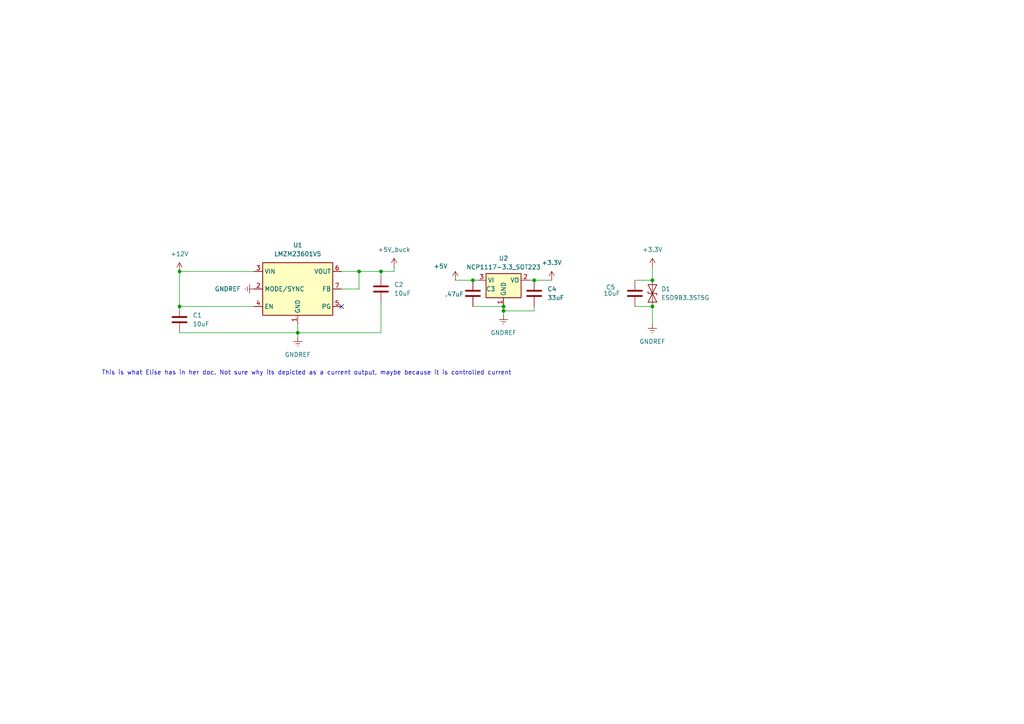
<source format=kicad_sch>
(kicad_sch
	(version 20250114)
	(generator "eeschema")
	(generator_version "9.0")
	(uuid "9fed24cf-a2ff-4754-988d-267c934cf73f")
	(paper "A4")
	(title_block
		(title "Power Component Schematic")
		(date "2025-10-01")
		(company "CanaryCap")
		(comment 1 "Sebastian Arthur / Elise Bauerschmidt")
	)
	(lib_symbols
		(symbol "Device:C"
			(pin_numbers
				(hide yes)
			)
			(pin_names
				(offset 0.254)
			)
			(exclude_from_sim no)
			(in_bom yes)
			(on_board yes)
			(property "Reference" "C"
				(at 0.635 2.54 0)
				(effects
					(font
						(size 1.27 1.27)
					)
					(justify left)
				)
			)
			(property "Value" "C"
				(at 0.635 -2.54 0)
				(effects
					(font
						(size 1.27 1.27)
					)
					(justify left)
				)
			)
			(property "Footprint" ""
				(at 0.9652 -3.81 0)
				(effects
					(font
						(size 1.27 1.27)
					)
					(hide yes)
				)
			)
			(property "Datasheet" "~"
				(at 0 0 0)
				(effects
					(font
						(size 1.27 1.27)
					)
					(hide yes)
				)
			)
			(property "Description" "Unpolarized capacitor"
				(at 0 0 0)
				(effects
					(font
						(size 1.27 1.27)
					)
					(hide yes)
				)
			)
			(property "ki_keywords" "cap capacitor"
				(at 0 0 0)
				(effects
					(font
						(size 1.27 1.27)
					)
					(hide yes)
				)
			)
			(property "ki_fp_filters" "C_*"
				(at 0 0 0)
				(effects
					(font
						(size 1.27 1.27)
					)
					(hide yes)
				)
			)
			(symbol "C_0_1"
				(polyline
					(pts
						(xy -2.032 0.762) (xy 2.032 0.762)
					)
					(stroke
						(width 0.508)
						(type default)
					)
					(fill
						(type none)
					)
				)
				(polyline
					(pts
						(xy -2.032 -0.762) (xy 2.032 -0.762)
					)
					(stroke
						(width 0.508)
						(type default)
					)
					(fill
						(type none)
					)
				)
			)
			(symbol "C_1_1"
				(pin passive line
					(at 0 3.81 270)
					(length 2.794)
					(name "~"
						(effects
							(font
								(size 1.27 1.27)
							)
						)
					)
					(number "1"
						(effects
							(font
								(size 1.27 1.27)
							)
						)
					)
				)
				(pin passive line
					(at 0 -3.81 90)
					(length 2.794)
					(name "~"
						(effects
							(font
								(size 1.27 1.27)
							)
						)
					)
					(number "2"
						(effects
							(font
								(size 1.27 1.27)
							)
						)
					)
				)
			)
			(embedded_fonts no)
		)
		(symbol "Diode:ESD9B3.3ST5G"
			(pin_numbers
				(hide yes)
			)
			(pin_names
				(offset 1.016)
				(hide yes)
			)
			(exclude_from_sim no)
			(in_bom yes)
			(on_board yes)
			(property "Reference" "D"
				(at 0 2.54 0)
				(effects
					(font
						(size 1.27 1.27)
					)
				)
			)
			(property "Value" "ESD9B3.3ST5G"
				(at 0 -2.54 0)
				(effects
					(font
						(size 1.27 1.27)
					)
				)
			)
			(property "Footprint" "Diode_SMD:D_SOD-923"
				(at 0 0 0)
				(effects
					(font
						(size 1.27 1.27)
					)
					(hide yes)
				)
			)
			(property "Datasheet" "https://www.onsemi.com/pub/Collateral/ESD9B-D.PDF"
				(at 0 0 0)
				(effects
					(font
						(size 1.27 1.27)
					)
					(hide yes)
				)
			)
			(property "Description" "ESD protection diode, 3.3Vrwm, SOD-923"
				(at 0 0 0)
				(effects
					(font
						(size 1.27 1.27)
					)
					(hide yes)
				)
			)
			(property "ki_keywords" "diode TVS ESD"
				(at 0 0 0)
				(effects
					(font
						(size 1.27 1.27)
					)
					(hide yes)
				)
			)
			(property "ki_fp_filters" "D*SOD?923*"
				(at 0 0 0)
				(effects
					(font
						(size 1.27 1.27)
					)
					(hide yes)
				)
			)
			(symbol "ESD9B3.3ST5G_0_1"
				(polyline
					(pts
						(xy -2.54 -1.27) (xy 0 0) (xy -2.54 1.27) (xy -2.54 -1.27)
					)
					(stroke
						(width 0.2032)
						(type default)
					)
					(fill
						(type none)
					)
				)
				(polyline
					(pts
						(xy 0.508 1.27) (xy 0 1.27) (xy 0 -1.27) (xy -0.508 -1.27)
					)
					(stroke
						(width 0.2032)
						(type default)
					)
					(fill
						(type none)
					)
				)
				(polyline
					(pts
						(xy 1.27 0) (xy -1.27 0)
					)
					(stroke
						(width 0)
						(type default)
					)
					(fill
						(type none)
					)
				)
				(polyline
					(pts
						(xy 2.54 1.27) (xy 2.54 -1.27) (xy 0 0) (xy 2.54 1.27)
					)
					(stroke
						(width 0.2032)
						(type default)
					)
					(fill
						(type none)
					)
				)
			)
			(symbol "ESD9B3.3ST5G_1_1"
				(pin passive line
					(at -3.81 0 0)
					(length 2.54)
					(name "A1"
						(effects
							(font
								(size 1.27 1.27)
							)
						)
					)
					(number "1"
						(effects
							(font
								(size 1.27 1.27)
							)
						)
					)
				)
				(pin passive line
					(at 3.81 0 180)
					(length 2.54)
					(name "A2"
						(effects
							(font
								(size 1.27 1.27)
							)
						)
					)
					(number "2"
						(effects
							(font
								(size 1.27 1.27)
							)
						)
					)
				)
			)
			(embedded_fonts no)
		)
		(symbol "Regulator_Linear:NCP1117-3.3_SOT223"
			(exclude_from_sim no)
			(in_bom yes)
			(on_board yes)
			(property "Reference" "U"
				(at -3.81 3.175 0)
				(effects
					(font
						(size 1.27 1.27)
					)
				)
			)
			(property "Value" "NCP1117-3.3_SOT223"
				(at 0 3.175 0)
				(effects
					(font
						(size 1.27 1.27)
					)
					(justify left)
				)
			)
			(property "Footprint" "Package_TO_SOT_SMD:SOT-223-3_TabPin2"
				(at 0 5.08 0)
				(effects
					(font
						(size 1.27 1.27)
					)
					(hide yes)
				)
			)
			(property "Datasheet" "http://www.onsemi.com/pub_link/Collateral/NCP1117-D.PDF"
				(at 2.54 -6.35 0)
				(effects
					(font
						(size 1.27 1.27)
					)
					(hide yes)
				)
			)
			(property "Description" "1A Low drop-out regulator, Fixed Output 3.3V, SOT-223"
				(at 0 0 0)
				(effects
					(font
						(size 1.27 1.27)
					)
					(hide yes)
				)
			)
			(property "ki_keywords" "REGULATOR LDO 3.3V"
				(at 0 0 0)
				(effects
					(font
						(size 1.27 1.27)
					)
					(hide yes)
				)
			)
			(property "ki_fp_filters" "SOT?223*TabPin2*"
				(at 0 0 0)
				(effects
					(font
						(size 1.27 1.27)
					)
					(hide yes)
				)
			)
			(symbol "NCP1117-3.3_SOT223_0_1"
				(rectangle
					(start -5.08 -5.08)
					(end 5.08 1.905)
					(stroke
						(width 0.254)
						(type default)
					)
					(fill
						(type background)
					)
				)
			)
			(symbol "NCP1117-3.3_SOT223_1_1"
				(pin power_in line
					(at -7.62 0 0)
					(length 2.54)
					(name "VI"
						(effects
							(font
								(size 1.27 1.27)
							)
						)
					)
					(number "3"
						(effects
							(font
								(size 1.27 1.27)
							)
						)
					)
				)
				(pin power_in line
					(at 0 -7.62 90)
					(length 2.54)
					(name "GND"
						(effects
							(font
								(size 1.27 1.27)
							)
						)
					)
					(number "1"
						(effects
							(font
								(size 1.27 1.27)
							)
						)
					)
				)
				(pin power_out line
					(at 7.62 0 180)
					(length 2.54)
					(name "VO"
						(effects
							(font
								(size 1.27 1.27)
							)
						)
					)
					(number "2"
						(effects
							(font
								(size 1.27 1.27)
							)
						)
					)
				)
			)
			(embedded_fonts no)
		)
		(symbol "Regulator_Switching:LMZM23601V5"
			(exclude_from_sim no)
			(in_bom yes)
			(on_board yes)
			(property "Reference" "U"
				(at -8.89 8.89 0)
				(effects
					(font
						(size 1.27 1.27)
					)
				)
			)
			(property "Value" "LMZM23601V5"
				(at 6.35 8.89 0)
				(effects
					(font
						(size 1.27 1.27)
					)
				)
			)
			(property "Footprint" "Package_LGA:Texas_SIL0010A_MicroSiP-10-1EP_3.8x3mm_P0.6mm_EP0.7x2.9mm_ThermalVias"
				(at 0 -21.59 0)
				(effects
					(font
						(size 1.27 1.27)
					)
					(hide yes)
				)
			)
			(property "Datasheet" "http://www.ti.com/lit/ds/symlink/lmzm23601.pdf"
				(at 0 -19.05 0)
				(effects
					(font
						(size 1.27 1.27)
					)
					(hide yes)
				)
			)
			(property "Description" "1A 5V Step-Down DC/DC Power Module in 3.8x3mm, MicroSIP-10"
				(at 0 0 0)
				(effects
					(font
						(size 1.27 1.27)
					)
					(hide yes)
				)
			)
			(property "ki_keywords" "Step-Down DC/DC Module"
				(at 0 0 0)
				(effects
					(font
						(size 1.27 1.27)
					)
					(hide yes)
				)
			)
			(property "ki_fp_filters" "Texas*SIL*1EP*3.8x3mm*P0.6mm*"
				(at 0 0 0)
				(effects
					(font
						(size 1.27 1.27)
					)
					(hide yes)
				)
			)
			(symbol "LMZM23601V5_0_1"
				(rectangle
					(start -10.16 7.62)
					(end 10.16 -7.62)
					(stroke
						(width 0.254)
						(type default)
					)
					(fill
						(type background)
					)
				)
			)
			(symbol "LMZM23601V5_1_1"
				(pin power_in line
					(at -12.7 5.08 0)
					(length 2.54)
					(name "VIN"
						(effects
							(font
								(size 1.27 1.27)
							)
						)
					)
					(number "3"
						(effects
							(font
								(size 1.27 1.27)
							)
						)
					)
				)
				(pin input line
					(at -12.7 0 0)
					(length 2.54)
					(name "MODE/SYNC"
						(effects
							(font
								(size 1.27 1.27)
							)
						)
					)
					(number "2"
						(effects
							(font
								(size 1.27 1.27)
							)
						)
					)
				)
				(pin input line
					(at -12.7 -5.08 0)
					(length 2.54)
					(name "EN"
						(effects
							(font
								(size 1.27 1.27)
							)
						)
					)
					(number "4"
						(effects
							(font
								(size 1.27 1.27)
							)
						)
					)
				)
				(pin no_connect line
					(at -2.54 -7.62 90)
					(length 2.54)
					(hide yes)
					(name "~"
						(effects
							(font
								(size 1.27 1.27)
							)
						)
					)
					(number "10"
						(effects
							(font
								(size 1.27 1.27)
							)
						)
					)
				)
				(pin power_in line
					(at 0 -10.16 90)
					(length 2.54)
					(name "GND"
						(effects
							(font
								(size 1.27 1.27)
							)
						)
					)
					(number "1"
						(effects
							(font
								(size 1.27 1.27)
							)
						)
					)
				)
				(pin passive line
					(at 0 -10.16 90)
					(length 2.54)
					(hide yes)
					(name "GND"
						(effects
							(font
								(size 1.27 1.27)
							)
						)
					)
					(number "11"
						(effects
							(font
								(size 1.27 1.27)
							)
						)
					)
				)
				(pin no_connect line
					(at 2.54 -7.62 90)
					(length 2.54)
					(hide yes)
					(name "~"
						(effects
							(font
								(size 1.27 1.27)
							)
						)
					)
					(number "9"
						(effects
							(font
								(size 1.27 1.27)
							)
						)
					)
				)
				(pin no_connect line
					(at 5.08 -7.62 90)
					(length 2.54)
					(hide yes)
					(name "~"
						(effects
							(font
								(size 1.27 1.27)
							)
						)
					)
					(number "8"
						(effects
							(font
								(size 1.27 1.27)
							)
						)
					)
				)
				(pin power_out line
					(at 12.7 5.08 180)
					(length 2.54)
					(name "VOUT"
						(effects
							(font
								(size 1.27 1.27)
							)
						)
					)
					(number "6"
						(effects
							(font
								(size 1.27 1.27)
							)
						)
					)
				)
				(pin input line
					(at 12.7 0 180)
					(length 2.54)
					(name "FB"
						(effects
							(font
								(size 1.27 1.27)
							)
						)
					)
					(number "7"
						(effects
							(font
								(size 1.27 1.27)
							)
						)
					)
				)
				(pin open_collector line
					(at 12.7 -5.08 180)
					(length 2.54)
					(name "PG"
						(effects
							(font
								(size 1.27 1.27)
							)
						)
					)
					(number "5"
						(effects
							(font
								(size 1.27 1.27)
							)
						)
					)
				)
			)
			(embedded_fonts no)
		)
		(symbol "power:+12V"
			(power)
			(pin_numbers
				(hide yes)
			)
			(pin_names
				(offset 0)
				(hide yes)
			)
			(exclude_from_sim no)
			(in_bom yes)
			(on_board yes)
			(property "Reference" "#PWR"
				(at 0 -3.81 0)
				(effects
					(font
						(size 1.27 1.27)
					)
					(hide yes)
				)
			)
			(property "Value" "+12V"
				(at 0 3.556 0)
				(effects
					(font
						(size 1.27 1.27)
					)
				)
			)
			(property "Footprint" ""
				(at 0 0 0)
				(effects
					(font
						(size 1.27 1.27)
					)
					(hide yes)
				)
			)
			(property "Datasheet" ""
				(at 0 0 0)
				(effects
					(font
						(size 1.27 1.27)
					)
					(hide yes)
				)
			)
			(property "Description" "Power symbol creates a global label with name \"+12V\""
				(at 0 0 0)
				(effects
					(font
						(size 1.27 1.27)
					)
					(hide yes)
				)
			)
			(property "ki_keywords" "global power"
				(at 0 0 0)
				(effects
					(font
						(size 1.27 1.27)
					)
					(hide yes)
				)
			)
			(symbol "+12V_0_1"
				(polyline
					(pts
						(xy -0.762 1.27) (xy 0 2.54)
					)
					(stroke
						(width 0)
						(type default)
					)
					(fill
						(type none)
					)
				)
				(polyline
					(pts
						(xy 0 2.54) (xy 0.762 1.27)
					)
					(stroke
						(width 0)
						(type default)
					)
					(fill
						(type none)
					)
				)
				(polyline
					(pts
						(xy 0 0) (xy 0 2.54)
					)
					(stroke
						(width 0)
						(type default)
					)
					(fill
						(type none)
					)
				)
			)
			(symbol "+12V_1_1"
				(pin power_in line
					(at 0 0 90)
					(length 0)
					(name "~"
						(effects
							(font
								(size 1.27 1.27)
							)
						)
					)
					(number "1"
						(effects
							(font
								(size 1.27 1.27)
							)
						)
					)
				)
			)
			(embedded_fonts no)
		)
		(symbol "power:+3.3V"
			(power)
			(pin_numbers
				(hide yes)
			)
			(pin_names
				(offset 0)
				(hide yes)
			)
			(exclude_from_sim no)
			(in_bom yes)
			(on_board yes)
			(property "Reference" "#PWR"
				(at 0 -3.81 0)
				(effects
					(font
						(size 1.27 1.27)
					)
					(hide yes)
				)
			)
			(property "Value" "+3.3V"
				(at 0 3.556 0)
				(effects
					(font
						(size 1.27 1.27)
					)
				)
			)
			(property "Footprint" ""
				(at 0 0 0)
				(effects
					(font
						(size 1.27 1.27)
					)
					(hide yes)
				)
			)
			(property "Datasheet" ""
				(at 0 0 0)
				(effects
					(font
						(size 1.27 1.27)
					)
					(hide yes)
				)
			)
			(property "Description" "Power symbol creates a global label with name \"+3.3V\""
				(at 0 0 0)
				(effects
					(font
						(size 1.27 1.27)
					)
					(hide yes)
				)
			)
			(property "ki_keywords" "global power"
				(at 0 0 0)
				(effects
					(font
						(size 1.27 1.27)
					)
					(hide yes)
				)
			)
			(symbol "+3.3V_0_1"
				(polyline
					(pts
						(xy -0.762 1.27) (xy 0 2.54)
					)
					(stroke
						(width 0)
						(type default)
					)
					(fill
						(type none)
					)
				)
				(polyline
					(pts
						(xy 0 2.54) (xy 0.762 1.27)
					)
					(stroke
						(width 0)
						(type default)
					)
					(fill
						(type none)
					)
				)
				(polyline
					(pts
						(xy 0 0) (xy 0 2.54)
					)
					(stroke
						(width 0)
						(type default)
					)
					(fill
						(type none)
					)
				)
			)
			(symbol "+3.3V_1_1"
				(pin power_in line
					(at 0 0 90)
					(length 0)
					(name "~"
						(effects
							(font
								(size 1.27 1.27)
							)
						)
					)
					(number "1"
						(effects
							(font
								(size 1.27 1.27)
							)
						)
					)
				)
			)
			(embedded_fonts no)
		)
		(symbol "power:+5V"
			(power)
			(pin_numbers
				(hide yes)
			)
			(pin_names
				(offset 0)
				(hide yes)
			)
			(exclude_from_sim no)
			(in_bom yes)
			(on_board yes)
			(property "Reference" "#PWR"
				(at 0 -3.81 0)
				(effects
					(font
						(size 1.27 1.27)
					)
					(hide yes)
				)
			)
			(property "Value" "+5V"
				(at 0 3.556 0)
				(effects
					(font
						(size 1.27 1.27)
					)
				)
			)
			(property "Footprint" ""
				(at 0 0 0)
				(effects
					(font
						(size 1.27 1.27)
					)
					(hide yes)
				)
			)
			(property "Datasheet" ""
				(at 0 0 0)
				(effects
					(font
						(size 1.27 1.27)
					)
					(hide yes)
				)
			)
			(property "Description" "Power symbol creates a global label with name \"+5V\""
				(at 0 0 0)
				(effects
					(font
						(size 1.27 1.27)
					)
					(hide yes)
				)
			)
			(property "ki_keywords" "global power"
				(at 0 0 0)
				(effects
					(font
						(size 1.27 1.27)
					)
					(hide yes)
				)
			)
			(symbol "+5V_0_1"
				(polyline
					(pts
						(xy -0.762 1.27) (xy 0 2.54)
					)
					(stroke
						(width 0)
						(type default)
					)
					(fill
						(type none)
					)
				)
				(polyline
					(pts
						(xy 0 2.54) (xy 0.762 1.27)
					)
					(stroke
						(width 0)
						(type default)
					)
					(fill
						(type none)
					)
				)
				(polyline
					(pts
						(xy 0 0) (xy 0 2.54)
					)
					(stroke
						(width 0)
						(type default)
					)
					(fill
						(type none)
					)
				)
			)
			(symbol "+5V_1_1"
				(pin power_in line
					(at 0 0 90)
					(length 0)
					(name "~"
						(effects
							(font
								(size 1.27 1.27)
							)
						)
					)
					(number "1"
						(effects
							(font
								(size 1.27 1.27)
							)
						)
					)
				)
			)
			(embedded_fonts no)
		)
		(symbol "power:GNDREF"
			(power)
			(pin_numbers
				(hide yes)
			)
			(pin_names
				(offset 0)
				(hide yes)
			)
			(exclude_from_sim no)
			(in_bom yes)
			(on_board yes)
			(property "Reference" "#PWR"
				(at 0 -6.35 0)
				(effects
					(font
						(size 1.27 1.27)
					)
					(hide yes)
				)
			)
			(property "Value" "GNDREF"
				(at 0 -3.81 0)
				(effects
					(font
						(size 1.27 1.27)
					)
				)
			)
			(property "Footprint" ""
				(at 0 0 0)
				(effects
					(font
						(size 1.27 1.27)
					)
					(hide yes)
				)
			)
			(property "Datasheet" ""
				(at 0 0 0)
				(effects
					(font
						(size 1.27 1.27)
					)
					(hide yes)
				)
			)
			(property "Description" "Power symbol creates a global label with name \"GNDREF\" , reference supply ground"
				(at 0 0 0)
				(effects
					(font
						(size 1.27 1.27)
					)
					(hide yes)
				)
			)
			(property "ki_keywords" "global power"
				(at 0 0 0)
				(effects
					(font
						(size 1.27 1.27)
					)
					(hide yes)
				)
			)
			(symbol "GNDREF_0_1"
				(polyline
					(pts
						(xy -0.635 -1.905) (xy 0.635 -1.905)
					)
					(stroke
						(width 0)
						(type default)
					)
					(fill
						(type none)
					)
				)
				(polyline
					(pts
						(xy -0.127 -2.54) (xy 0.127 -2.54)
					)
					(stroke
						(width 0)
						(type default)
					)
					(fill
						(type none)
					)
				)
				(polyline
					(pts
						(xy 0 -1.27) (xy 0 0)
					)
					(stroke
						(width 0)
						(type default)
					)
					(fill
						(type none)
					)
				)
				(polyline
					(pts
						(xy 1.27 -1.27) (xy -1.27 -1.27)
					)
					(stroke
						(width 0)
						(type default)
					)
					(fill
						(type none)
					)
				)
			)
			(symbol "GNDREF_1_1"
				(pin power_in line
					(at 0 0 270)
					(length 0)
					(name "~"
						(effects
							(font
								(size 1.27 1.27)
							)
						)
					)
					(number "1"
						(effects
							(font
								(size 1.27 1.27)
							)
						)
					)
				)
			)
			(embedded_fonts no)
		)
	)
	(text "This is what Elise has in her doc. Not sure why its depicted as a current output, maybe because it is controlled current"
		(exclude_from_sim no)
		(at 88.9 108.204 0)
		(effects
			(font
				(size 1.27 1.27)
			)
		)
		(uuid "52c4263c-17eb-4048-8d47-b72042221b6e")
	)
	(junction
		(at 52.07 78.74)
		(diameter 0)
		(color 0 0 0 0)
		(uuid "0792a453-1591-43fb-a2a7-4148f033877a")
	)
	(junction
		(at 104.14 78.74)
		(diameter 0)
		(color 0 0 0 0)
		(uuid "0b5bb276-6c1c-4ee1-812b-7fa2a382cd0c")
	)
	(junction
		(at 110.49 78.74)
		(diameter 0)
		(color 0 0 0 0)
		(uuid "76869b0f-338b-469e-aed2-0b71a971c80c")
	)
	(junction
		(at 189.23 88.9)
		(diameter 0)
		(color 0 0 0 0)
		(uuid "7f232122-f174-4116-84d3-4ebf097d042f")
	)
	(junction
		(at 189.23 81.28)
		(diameter 0)
		(color 0 0 0 0)
		(uuid "86cd436a-d067-40e3-ab2f-4e8a7ddecd22")
	)
	(junction
		(at 137.16 81.28)
		(diameter 0)
		(color 0 0 0 0)
		(uuid "9646045c-4221-4dd5-acc2-850bb8de6921")
	)
	(junction
		(at 146.05 90.17)
		(diameter 0)
		(color 0 0 0 0)
		(uuid "ae92a464-dd87-4ad6-a2cb-eeed916a2a3a")
	)
	(junction
		(at 52.07 88.9)
		(diameter 0)
		(color 0 0 0 0)
		(uuid "b8b7651f-2b64-47a9-b566-2fb25dd560cc")
	)
	(junction
		(at 86.36 96.52)
		(diameter 0)
		(color 0 0 0 0)
		(uuid "cdded1d5-19f4-48eb-8757-63f412f9847d")
	)
	(junction
		(at 154.94 81.28)
		(diameter 0)
		(color 0 0 0 0)
		(uuid "f987ab1e-f9db-4986-b3eb-40d7f1689794")
	)
	(junction
		(at 146.05 88.9)
		(diameter 0)
		(color 0 0 0 0)
		(uuid "fc8b26bf-1334-4011-aa94-def5114650f6")
	)
	(no_connect
		(at 99.06 88.9)
		(uuid "fccb582b-9dd2-4826-8198-56e993997532")
	)
	(wire
		(pts
			(xy 110.49 87.63) (xy 110.49 96.52)
		)
		(stroke
			(width 0)
			(type default)
		)
		(uuid "18ce75a4-d56d-42a2-a2a6-66d1c475214e")
	)
	(wire
		(pts
			(xy 146.05 90.17) (xy 146.05 88.9)
		)
		(stroke
			(width 0)
			(type default)
		)
		(uuid "29609cb9-f81b-46db-b948-dca632654fa0")
	)
	(wire
		(pts
			(xy 86.36 96.52) (xy 86.36 97.79)
		)
		(stroke
			(width 0)
			(type default)
		)
		(uuid "336658c2-0d79-4003-bc2b-16c69fa811c0")
	)
	(wire
		(pts
			(xy 132.08 81.28) (xy 137.16 81.28)
		)
		(stroke
			(width 0)
			(type default)
		)
		(uuid "3944700a-69a0-4249-8e75-524afe56bf3e")
	)
	(wire
		(pts
			(xy 137.16 81.28) (xy 138.43 81.28)
		)
		(stroke
			(width 0)
			(type default)
		)
		(uuid "3b7e9e13-ee82-499a-8161-12cfc575d587")
	)
	(wire
		(pts
			(xy 52.07 78.74) (xy 73.66 78.74)
		)
		(stroke
			(width 0)
			(type default)
		)
		(uuid "491e9c73-a014-493f-8f66-bf4bb73e27b7")
	)
	(wire
		(pts
			(xy 104.14 78.74) (xy 110.49 78.74)
		)
		(stroke
			(width 0)
			(type default)
		)
		(uuid "4af4e00f-4614-4010-995f-28c8fbe25628")
	)
	(wire
		(pts
			(xy 154.94 90.17) (xy 146.05 90.17)
		)
		(stroke
			(width 0)
			(type default)
		)
		(uuid "51bdd017-28a1-4761-8bca-31cd7ad9abf2")
	)
	(wire
		(pts
			(xy 114.3 78.74) (xy 114.3 77.47)
		)
		(stroke
			(width 0)
			(type default)
		)
		(uuid "5e4805e0-9ce4-41d6-bc26-3139a7c4818d")
	)
	(wire
		(pts
			(xy 146.05 91.44) (xy 146.05 90.17)
		)
		(stroke
			(width 0)
			(type default)
		)
		(uuid "5eda2676-8800-4eae-ad6f-f2e06dc55117")
	)
	(wire
		(pts
			(xy 52.07 88.9) (xy 52.07 78.74)
		)
		(stroke
			(width 0)
			(type default)
		)
		(uuid "6160ba22-c6a2-477c-bed0-b55a95da0997")
	)
	(wire
		(pts
			(xy 52.07 96.52) (xy 86.36 96.52)
		)
		(stroke
			(width 0)
			(type default)
		)
		(uuid "767a286a-781b-4a64-88e4-b55eda38afc3")
	)
	(wire
		(pts
			(xy 154.94 81.28) (xy 160.02 81.28)
		)
		(stroke
			(width 0)
			(type default)
		)
		(uuid "829ad868-dfbe-4fc5-9bb4-f71d77c8a425")
	)
	(wire
		(pts
			(xy 110.49 78.74) (xy 110.49 80.01)
		)
		(stroke
			(width 0)
			(type default)
		)
		(uuid "89e490a4-abba-4015-a651-453375fca167")
	)
	(wire
		(pts
			(xy 110.49 96.52) (xy 86.36 96.52)
		)
		(stroke
			(width 0)
			(type default)
		)
		(uuid "902e3020-defa-4da4-ac4f-8f41653df126")
	)
	(wire
		(pts
			(xy 184.15 81.28) (xy 189.23 81.28)
		)
		(stroke
			(width 0)
			(type default)
		)
		(uuid "abe4009a-2565-4593-ba1a-8372e81d2d10")
	)
	(wire
		(pts
			(xy 137.16 88.9) (xy 146.05 88.9)
		)
		(stroke
			(width 0)
			(type default)
		)
		(uuid "ad8fa1cc-cb84-4154-aa65-d4dd697e07eb")
	)
	(wire
		(pts
			(xy 154.94 88.9) (xy 154.94 90.17)
		)
		(stroke
			(width 0)
			(type default)
		)
		(uuid "c7c3da36-11c2-4fad-982d-d69e49336062")
	)
	(wire
		(pts
			(xy 99.06 78.74) (xy 104.14 78.74)
		)
		(stroke
			(width 0)
			(type default)
		)
		(uuid "cab2cf9c-e47a-49dd-be10-69ffa2995e6c")
	)
	(wire
		(pts
			(xy 104.14 83.82) (xy 104.14 78.74)
		)
		(stroke
			(width 0)
			(type default)
		)
		(uuid "cbb9fe90-c85b-4126-886a-452fc829b1a3")
	)
	(wire
		(pts
			(xy 52.07 88.9) (xy 73.66 88.9)
		)
		(stroke
			(width 0)
			(type default)
		)
		(uuid "cde172d7-7dc0-409a-b330-18ab173bd8f0")
	)
	(wire
		(pts
			(xy 153.67 81.28) (xy 154.94 81.28)
		)
		(stroke
			(width 0)
			(type default)
		)
		(uuid "d0210536-7703-4db2-8a5b-eed147237f1d")
	)
	(wire
		(pts
			(xy 189.23 93.98) (xy 189.23 88.9)
		)
		(stroke
			(width 0)
			(type default)
		)
		(uuid "e475d6e2-4201-40c3-9f9a-113456d8aaef")
	)
	(wire
		(pts
			(xy 86.36 93.98) (xy 86.36 96.52)
		)
		(stroke
			(width 0)
			(type default)
		)
		(uuid "f41f83c3-3459-4687-a06a-1f1d55eb1447")
	)
	(wire
		(pts
			(xy 184.15 88.9) (xy 189.23 88.9)
		)
		(stroke
			(width 0)
			(type default)
		)
		(uuid "f8372497-77af-4bca-bb51-a22f8d72e239")
	)
	(wire
		(pts
			(xy 110.49 78.74) (xy 114.3 78.74)
		)
		(stroke
			(width 0)
			(type default)
		)
		(uuid "fa578898-fe34-43f5-ac89-e3d390d55ebc")
	)
	(wire
		(pts
			(xy 99.06 83.82) (xy 104.14 83.82)
		)
		(stroke
			(width 0)
			(type default)
		)
		(uuid "fbdaf2df-5230-4a3b-9b63-433cf1256230")
	)
	(wire
		(pts
			(xy 189.23 77.47) (xy 189.23 81.28)
		)
		(stroke
			(width 0)
			(type default)
		)
		(uuid "fc45b665-0db3-43b9-995d-a8e3856c4f9a")
	)
	(symbol
		(lib_id "power:+3.3V")
		(at 160.02 81.28 0)
		(unit 1)
		(exclude_from_sim no)
		(in_bom yes)
		(on_board yes)
		(dnp no)
		(fields_autoplaced yes)
		(uuid "0561533b-10fb-4fe4-882c-9242d8570db6")
		(property "Reference" "#PWR07"
			(at 160.02 85.09 0)
			(effects
				(font
					(size 1.27 1.27)
				)
				(hide yes)
			)
		)
		(property "Value" "+3.3V"
			(at 160.02 76.2 0)
			(effects
				(font
					(size 1.27 1.27)
				)
			)
		)
		(property "Footprint" ""
			(at 160.02 81.28 0)
			(effects
				(font
					(size 1.27 1.27)
				)
				(hide yes)
			)
		)
		(property "Datasheet" ""
			(at 160.02 81.28 0)
			(effects
				(font
					(size 1.27 1.27)
				)
				(hide yes)
			)
		)
		(property "Description" "Power symbol creates a global label with name \"+3.3V\""
			(at 160.02 81.28 0)
			(effects
				(font
					(size 1.27 1.27)
				)
				(hide yes)
			)
		)
		(pin "1"
			(uuid "65eed432-71b8-4d12-a1d3-c086ed0f04c9")
		)
		(instances
			(project "CanaryCap"
				(path "/406ad30e-b04c-4bb7-9588-aab8ab73084a/3219e357-ed27-4a99-8f08-f1a850fa8309"
					(reference "#PWR07")
					(unit 1)
				)
			)
		)
	)
	(symbol
		(lib_id "Device:C")
		(at 52.07 92.71 0)
		(unit 1)
		(exclude_from_sim no)
		(in_bom yes)
		(on_board yes)
		(dnp no)
		(fields_autoplaced yes)
		(uuid "39d179dc-5881-40a7-9bd4-b32a32b5c248")
		(property "Reference" "C1"
			(at 55.88 91.4399 0)
			(effects
				(font
					(size 1.27 1.27)
				)
				(justify left)
			)
		)
		(property "Value" "10uF"
			(at 55.88 93.9799 0)
			(effects
				(font
					(size 1.27 1.27)
				)
				(justify left)
			)
		)
		(property "Footprint" "Capacitor_SMD:C_0603_1608Metric_Pad1.08x0.95mm_HandSolder"
			(at 53.0352 96.52 0)
			(effects
				(font
					(size 1.27 1.27)
				)
				(hide yes)
			)
		)
		(property "Datasheet" "~"
			(at 52.07 92.71 0)
			(effects
				(font
					(size 1.27 1.27)
				)
				(hide yes)
			)
		)
		(property "Description" "Unpolarized capacitor"
			(at 52.07 92.71 0)
			(effects
				(font
					(size 1.27 1.27)
				)
				(hide yes)
			)
		)
		(pin "2"
			(uuid "8745fb0e-03b2-460f-9600-eff764585de8")
		)
		(pin "1"
			(uuid "8cf9142c-d704-45a7-bcd0-017539679697")
		)
		(instances
			(project "CanaryCap"
				(path "/406ad30e-b04c-4bb7-9588-aab8ab73084a/3219e357-ed27-4a99-8f08-f1a850fa8309"
					(reference "C1")
					(unit 1)
				)
			)
		)
	)
	(symbol
		(lib_id "power:GNDREF")
		(at 73.66 83.82 270)
		(unit 1)
		(exclude_from_sim no)
		(in_bom yes)
		(on_board yes)
		(dnp no)
		(fields_autoplaced yes)
		(uuid "56f7e320-bdf1-4939-af04-ddb8a911a139")
		(property "Reference" "#PWR02"
			(at 67.31 83.82 0)
			(effects
				(font
					(size 1.27 1.27)
				)
				(hide yes)
			)
		)
		(property "Value" "GNDREF"
			(at 69.85 83.8199 90)
			(effects
				(font
					(size 1.27 1.27)
				)
				(justify right)
			)
		)
		(property "Footprint" ""
			(at 73.66 83.82 0)
			(effects
				(font
					(size 1.27 1.27)
				)
				(hide yes)
			)
		)
		(property "Datasheet" ""
			(at 73.66 83.82 0)
			(effects
				(font
					(size 1.27 1.27)
				)
				(hide yes)
			)
		)
		(property "Description" "Power symbol creates a global label with name \"GNDREF\" , reference supply ground"
			(at 73.66 83.82 0)
			(effects
				(font
					(size 1.27 1.27)
				)
				(hide yes)
			)
		)
		(pin "1"
			(uuid "ffb300a8-9de7-4343-ba21-48ba9b39e0b4")
		)
		(instances
			(project "CanaryCap"
				(path "/406ad30e-b04c-4bb7-9588-aab8ab73084a/3219e357-ed27-4a99-8f08-f1a850fa8309"
					(reference "#PWR02")
					(unit 1)
				)
			)
		)
	)
	(symbol
		(lib_id "power:+3.3V")
		(at 189.23 77.47 0)
		(unit 1)
		(exclude_from_sim no)
		(in_bom yes)
		(on_board yes)
		(dnp no)
		(fields_autoplaced yes)
		(uuid "56fcb913-ae2e-4364-827b-a41a22d8dcbf")
		(property "Reference" "#PWR08"
			(at 189.23 81.28 0)
			(effects
				(font
					(size 1.27 1.27)
				)
				(hide yes)
			)
		)
		(property "Value" "+3.3V"
			(at 189.23 72.39 0)
			(effects
				(font
					(size 1.27 1.27)
				)
			)
		)
		(property "Footprint" ""
			(at 189.23 77.47 0)
			(effects
				(font
					(size 1.27 1.27)
				)
				(hide yes)
			)
		)
		(property "Datasheet" ""
			(at 189.23 77.47 0)
			(effects
				(font
					(size 1.27 1.27)
				)
				(hide yes)
			)
		)
		(property "Description" "Power symbol creates a global label with name \"+3.3V\""
			(at 189.23 77.47 0)
			(effects
				(font
					(size 1.27 1.27)
				)
				(hide yes)
			)
		)
		(pin "1"
			(uuid "c2a0a6e6-162f-4c43-b7d0-f82e344ff3da")
		)
		(instances
			(project "CanaryCap"
				(path "/406ad30e-b04c-4bb7-9588-aab8ab73084a/3219e357-ed27-4a99-8f08-f1a850fa8309"
					(reference "#PWR08")
					(unit 1)
				)
			)
		)
	)
	(symbol
		(lib_id "Regulator_Switching:LMZM23601V5")
		(at 86.36 83.82 0)
		(unit 1)
		(exclude_from_sim no)
		(in_bom yes)
		(on_board yes)
		(dnp no)
		(fields_autoplaced yes)
		(uuid "6bc3598b-2bd6-4fdb-be02-046a235c8381")
		(property "Reference" "U1"
			(at 86.36 71.12 0)
			(effects
				(font
					(size 1.27 1.27)
				)
			)
		)
		(property "Value" "LMZM23601V5"
			(at 86.36 73.66 0)
			(effects
				(font
					(size 1.27 1.27)
				)
			)
		)
		(property "Footprint" "Package_LGA:Texas_SIL0010A_MicroSiP-10-1EP_3.8x3mm_P0.6mm_EP0.7x2.9mm_ThermalVias"
			(at 86.36 105.41 0)
			(effects
				(font
					(size 1.27 1.27)
				)
				(hide yes)
			)
		)
		(property "Datasheet" "http://www.ti.com/lit/ds/symlink/lmzm23601.pdf"
			(at 86.36 102.87 0)
			(effects
				(font
					(size 1.27 1.27)
				)
				(hide yes)
			)
		)
		(property "Description" "1A 5V Step-Down DC/DC Power Module in 3.8x3mm, MicroSIP-10"
			(at 86.36 83.82 0)
			(effects
				(font
					(size 1.27 1.27)
				)
				(hide yes)
			)
		)
		(pin "3"
			(uuid "58451030-6e27-4b93-82c7-b0fadf88733b")
		)
		(pin "2"
			(uuid "696d1f27-c585-4f7d-94a2-d397565e2cea")
		)
		(pin "4"
			(uuid "9db8cdf2-1e8c-4903-9763-ac956bda42fd")
		)
		(pin "10"
			(uuid "0fe388c1-1e60-4baa-8455-f0b51546cad9")
		)
		(pin "1"
			(uuid "a3e05d1c-02eb-4c5c-9259-b381c2c7300c")
		)
		(pin "11"
			(uuid "144d77bd-d4bd-433e-bbd1-3dfe55a1f3dc")
		)
		(pin "9"
			(uuid "6cea7b8a-03ef-4b1a-8105-d80c78f0c142")
		)
		(pin "8"
			(uuid "2ff7275c-7d38-42de-98da-029942e18181")
		)
		(pin "6"
			(uuid "37e76b9b-37fb-4d93-8662-86bda0c9ad2f")
		)
		(pin "7"
			(uuid "b32ca080-c22f-4d06-9f0f-5d43b503c8db")
		)
		(pin "5"
			(uuid "bd711d03-254c-4306-b892-17bae9e85d2c")
		)
		(instances
			(project ""
				(path "/406ad30e-b04c-4bb7-9588-aab8ab73084a/3219e357-ed27-4a99-8f08-f1a850fa8309"
					(reference "U1")
					(unit 1)
				)
			)
		)
	)
	(symbol
		(lib_id "Diode:ESD9B3.3ST5G")
		(at 189.23 85.09 90)
		(unit 1)
		(exclude_from_sim no)
		(in_bom yes)
		(on_board yes)
		(dnp no)
		(fields_autoplaced yes)
		(uuid "83ab5568-f2bc-4626-bdb6-aa3b2d73c892")
		(property "Reference" "D1"
			(at 191.77 83.8199 90)
			(effects
				(font
					(size 1.27 1.27)
				)
				(justify right)
			)
		)
		(property "Value" "ESD9B3.3ST5G"
			(at 191.77 86.3599 90)
			(effects
				(font
					(size 1.27 1.27)
				)
				(justify right)
			)
		)
		(property "Footprint" "Diode_SMD:D_SOD-923"
			(at 189.23 85.09 0)
			(effects
				(font
					(size 1.27 1.27)
				)
				(hide yes)
			)
		)
		(property "Datasheet" "https://www.onsemi.com/pub/Collateral/ESD9B-D.PDF"
			(at 189.23 85.09 0)
			(effects
				(font
					(size 1.27 1.27)
				)
				(hide yes)
			)
		)
		(property "Description" "ESD protection diode, 3.3Vrwm, SOD-923"
			(at 189.23 85.09 0)
			(effects
				(font
					(size 1.27 1.27)
				)
				(hide yes)
			)
		)
		(pin "1"
			(uuid "67586d13-ea1d-4100-8381-49a625187a26")
		)
		(pin "2"
			(uuid "4077d79d-9612-4e16-bd8b-f2689d6b6448")
		)
		(instances
			(project "CanaryCap"
				(path "/406ad30e-b04c-4bb7-9588-aab8ab73084a/3219e357-ed27-4a99-8f08-f1a850fa8309"
					(reference "D1")
					(unit 1)
				)
			)
		)
	)
	(symbol
		(lib_id "power:+5V")
		(at 132.08 81.28 0)
		(unit 1)
		(exclude_from_sim no)
		(in_bom yes)
		(on_board yes)
		(dnp no)
		(uuid "ac840dc4-deee-4ec3-8ee1-7c63f0d47555")
		(property "Reference" "#PWR05"
			(at 132.08 85.09 0)
			(effects
				(font
					(size 1.27 1.27)
				)
				(hide yes)
			)
		)
		(property "Value" "+5V"
			(at 125.73 77.216 0)
			(effects
				(font
					(size 1.27 1.27)
				)
				(justify left)
			)
		)
		(property "Footprint" ""
			(at 132.08 81.28 0)
			(effects
				(font
					(size 1.27 1.27)
				)
				(hide yes)
			)
		)
		(property "Datasheet" ""
			(at 132.08 81.28 0)
			(effects
				(font
					(size 1.27 1.27)
				)
				(hide yes)
			)
		)
		(property "Description" "Power symbol creates a global label with name \"+5V\""
			(at 132.08 81.28 0)
			(effects
				(font
					(size 1.27 1.27)
				)
				(hide yes)
			)
		)
		(pin "1"
			(uuid "8e5a97df-cbb7-4ca2-9e14-12fb268c189b")
		)
		(instances
			(project "CanaryCap"
				(path "/406ad30e-b04c-4bb7-9588-aab8ab73084a/3219e357-ed27-4a99-8f08-f1a850fa8309"
					(reference "#PWR05")
					(unit 1)
				)
			)
		)
	)
	(symbol
		(lib_id "Device:C")
		(at 184.15 85.09 0)
		(unit 1)
		(exclude_from_sim no)
		(in_bom yes)
		(on_board yes)
		(dnp no)
		(uuid "adf28bba-8d02-4da6-8edf-f49ea839d4c6")
		(property "Reference" "C5"
			(at 175.768 83.312 0)
			(effects
				(font
					(size 1.27 1.27)
				)
				(justify left)
			)
		)
		(property "Value" "10uF"
			(at 175.006 85.09 0)
			(effects
				(font
					(size 1.27 1.27)
				)
				(justify left)
			)
		)
		(property "Footprint" "Capacitor_SMD:C_0603_1608Metric_Pad1.08x0.95mm_HandSolder"
			(at 185.1152 88.9 0)
			(effects
				(font
					(size 1.27 1.27)
				)
				(hide yes)
			)
		)
		(property "Datasheet" "~"
			(at 184.15 85.09 0)
			(effects
				(font
					(size 1.27 1.27)
				)
				(hide yes)
			)
		)
		(property "Description" "Unpolarized capacitor"
			(at 184.15 85.09 0)
			(effects
				(font
					(size 1.27 1.27)
				)
				(hide yes)
			)
		)
		(pin "2"
			(uuid "5ff6e5de-67da-494b-ac92-377a9d615b79")
		)
		(pin "1"
			(uuid "fa78ca4a-9c9b-4906-b27c-463aa033f59e")
		)
		(instances
			(project "CanaryCap"
				(path "/406ad30e-b04c-4bb7-9588-aab8ab73084a/3219e357-ed27-4a99-8f08-f1a850fa8309"
					(reference "C5")
					(unit 1)
				)
			)
		)
	)
	(symbol
		(lib_id "power:GNDREF")
		(at 189.23 93.98 0)
		(unit 1)
		(exclude_from_sim no)
		(in_bom yes)
		(on_board yes)
		(dnp no)
		(fields_autoplaced yes)
		(uuid "b0776bd0-e5ee-439f-aa4c-72413b2ebd8c")
		(property "Reference" "#PWR09"
			(at 189.23 100.33 0)
			(effects
				(font
					(size 1.27 1.27)
				)
				(hide yes)
			)
		)
		(property "Value" "GNDREF"
			(at 189.23 99.06 0)
			(effects
				(font
					(size 1.27 1.27)
				)
			)
		)
		(property "Footprint" ""
			(at 189.23 93.98 0)
			(effects
				(font
					(size 1.27 1.27)
				)
				(hide yes)
			)
		)
		(property "Datasheet" ""
			(at 189.23 93.98 0)
			(effects
				(font
					(size 1.27 1.27)
				)
				(hide yes)
			)
		)
		(property "Description" "Power symbol creates a global label with name \"GNDREF\" , reference supply ground"
			(at 189.23 93.98 0)
			(effects
				(font
					(size 1.27 1.27)
				)
				(hide yes)
			)
		)
		(pin "1"
			(uuid "fd558976-4ba3-4d8c-99e3-2475202ddd62")
		)
		(instances
			(project "CanaryCap"
				(path "/406ad30e-b04c-4bb7-9588-aab8ab73084a/3219e357-ed27-4a99-8f08-f1a850fa8309"
					(reference "#PWR09")
					(unit 1)
				)
			)
		)
	)
	(symbol
		(lib_id "Regulator_Linear:NCP1117-3.3_SOT223")
		(at 146.05 81.28 0)
		(unit 1)
		(exclude_from_sim no)
		(in_bom yes)
		(on_board yes)
		(dnp no)
		(fields_autoplaced yes)
		(uuid "b27fbe07-ee83-41a1-9c2a-5234a5fd78b9")
		(property "Reference" "U2"
			(at 146.05 74.93 0)
			(effects
				(font
					(size 1.27 1.27)
				)
			)
		)
		(property "Value" "NCP1117-3.3_SOT223"
			(at 146.05 77.47 0)
			(effects
				(font
					(size 1.27 1.27)
				)
			)
		)
		(property "Footprint" "Package_TO_SOT_SMD:SOT-223-3_TabPin2"
			(at 146.05 76.2 0)
			(effects
				(font
					(size 1.27 1.27)
				)
				(hide yes)
			)
		)
		(property "Datasheet" "https://www.ti.com/lit/ds/symlink/lm3940.pdf?ts=1758164229406"
			(at 148.59 87.63 0)
			(effects
				(font
					(size 1.27 1.27)
				)
				(hide yes)
			)
		)
		(property "Description" "1A Low drop-out regulator, Fixed Output 3.3V, SOT-223"
			(at 146.05 81.28 0)
			(effects
				(font
					(size 1.27 1.27)
				)
				(hide yes)
			)
		)
		(pin "3"
			(uuid "6781a073-5fe5-42da-912f-7ee82529572d")
		)
		(pin "1"
			(uuid "2a8a9fd8-19a0-4190-8b0c-fe691319d8b4")
		)
		(pin "2"
			(uuid "d98bc4d4-0570-4cab-ae59-8b7e0f4cad9f")
		)
		(instances
			(project "CanaryCap"
				(path "/406ad30e-b04c-4bb7-9588-aab8ab73084a/3219e357-ed27-4a99-8f08-f1a850fa8309"
					(reference "U2")
					(unit 1)
				)
			)
		)
	)
	(symbol
		(lib_id "Device:C")
		(at 137.16 85.09 0)
		(unit 1)
		(exclude_from_sim no)
		(in_bom yes)
		(on_board yes)
		(dnp no)
		(uuid "b68e45da-dd50-487d-937a-d6ea76929b44")
		(property "Reference" "C3"
			(at 140.97 83.8199 0)
			(effects
				(font
					(size 1.27 1.27)
				)
				(justify left)
			)
		)
		(property "Value" ".47uF"
			(at 129.032 85.344 0)
			(effects
				(font
					(size 1.27 1.27)
				)
				(justify left)
			)
		)
		(property "Footprint" "Capacitor_SMD:C_0603_1608Metric_Pad1.08x0.95mm_HandSolder"
			(at 138.1252 88.9 0)
			(effects
				(font
					(size 1.27 1.27)
				)
				(hide yes)
			)
		)
		(property "Datasheet" "~"
			(at 137.16 85.09 0)
			(effects
				(font
					(size 1.27 1.27)
				)
				(hide yes)
			)
		)
		(property "Description" "Unpolarized capacitor"
			(at 137.16 85.09 0)
			(effects
				(font
					(size 1.27 1.27)
				)
				(hide yes)
			)
		)
		(pin "2"
			(uuid "333aebad-53ff-43cd-88b0-b9e6f9fe7fec")
		)
		(pin "1"
			(uuid "953c9909-4fa0-4205-85d4-18c799659d65")
		)
		(instances
			(project "CanaryCap"
				(path "/406ad30e-b04c-4bb7-9588-aab8ab73084a/3219e357-ed27-4a99-8f08-f1a850fa8309"
					(reference "C3")
					(unit 1)
				)
			)
		)
	)
	(symbol
		(lib_id "power:+12V")
		(at 52.07 78.74 0)
		(unit 1)
		(exclude_from_sim no)
		(in_bom yes)
		(on_board yes)
		(dnp no)
		(fields_autoplaced yes)
		(uuid "c2131e2f-8250-475b-87fa-df5fd17f7c81")
		(property "Reference" "#PWR01"
			(at 52.07 82.55 0)
			(effects
				(font
					(size 1.27 1.27)
				)
				(hide yes)
			)
		)
		(property "Value" "+12V"
			(at 52.07 73.66 0)
			(effects
				(font
					(size 1.27 1.27)
				)
			)
		)
		(property "Footprint" ""
			(at 52.07 78.74 0)
			(effects
				(font
					(size 1.27 1.27)
				)
				(hide yes)
			)
		)
		(property "Datasheet" ""
			(at 52.07 78.74 0)
			(effects
				(font
					(size 1.27 1.27)
				)
				(hide yes)
			)
		)
		(property "Description" "Power symbol creates a global label with name \"+12V\""
			(at 52.07 78.74 0)
			(effects
				(font
					(size 1.27 1.27)
				)
				(hide yes)
			)
		)
		(pin "1"
			(uuid "82b33560-d5b2-4d40-9bb9-ea6ce4b9b9ea")
		)
		(instances
			(project "CanaryCap"
				(path "/406ad30e-b04c-4bb7-9588-aab8ab73084a/3219e357-ed27-4a99-8f08-f1a850fa8309"
					(reference "#PWR01")
					(unit 1)
				)
			)
		)
	)
	(symbol
		(lib_id "power:GNDREF")
		(at 86.36 97.79 0)
		(unit 1)
		(exclude_from_sim no)
		(in_bom yes)
		(on_board yes)
		(dnp no)
		(fields_autoplaced yes)
		(uuid "c488b678-cef7-4a3b-ad30-126f2da94186")
		(property "Reference" "#PWR03"
			(at 86.36 104.14 0)
			(effects
				(font
					(size 1.27 1.27)
				)
				(hide yes)
			)
		)
		(property "Value" "GNDREF"
			(at 86.36 102.87 0)
			(effects
				(font
					(size 1.27 1.27)
				)
			)
		)
		(property "Footprint" ""
			(at 86.36 97.79 0)
			(effects
				(font
					(size 1.27 1.27)
				)
				(hide yes)
			)
		)
		(property "Datasheet" ""
			(at 86.36 97.79 0)
			(effects
				(font
					(size 1.27 1.27)
				)
				(hide yes)
			)
		)
		(property "Description" "Power symbol creates a global label with name \"GNDREF\" , reference supply ground"
			(at 86.36 97.79 0)
			(effects
				(font
					(size 1.27 1.27)
				)
				(hide yes)
			)
		)
		(pin "1"
			(uuid "d098fc72-ba71-47c9-b9f6-34c9ea49702c")
		)
		(instances
			(project "CanaryCap"
				(path "/406ad30e-b04c-4bb7-9588-aab8ab73084a/3219e357-ed27-4a99-8f08-f1a850fa8309"
					(reference "#PWR03")
					(unit 1)
				)
			)
		)
	)
	(symbol
		(lib_id "power:GNDREF")
		(at 146.05 91.44 0)
		(unit 1)
		(exclude_from_sim no)
		(in_bom yes)
		(on_board yes)
		(dnp no)
		(fields_autoplaced yes)
		(uuid "cd4c424a-f64f-4f04-93eb-356a83b27974")
		(property "Reference" "#PWR06"
			(at 146.05 97.79 0)
			(effects
				(font
					(size 1.27 1.27)
				)
				(hide yes)
			)
		)
		(property "Value" "GNDREF"
			(at 146.05 96.52 0)
			(effects
				(font
					(size 1.27 1.27)
				)
			)
		)
		(property "Footprint" ""
			(at 146.05 91.44 0)
			(effects
				(font
					(size 1.27 1.27)
				)
				(hide yes)
			)
		)
		(property "Datasheet" ""
			(at 146.05 91.44 0)
			(effects
				(font
					(size 1.27 1.27)
				)
				(hide yes)
			)
		)
		(property "Description" "Power symbol creates a global label with name \"GNDREF\" , reference supply ground"
			(at 146.05 91.44 0)
			(effects
				(font
					(size 1.27 1.27)
				)
				(hide yes)
			)
		)
		(pin "1"
			(uuid "b8b9be91-0380-42f0-b469-35ef666e5679")
		)
		(instances
			(project "CanaryCap"
				(path "/406ad30e-b04c-4bb7-9588-aab8ab73084a/3219e357-ed27-4a99-8f08-f1a850fa8309"
					(reference "#PWR06")
					(unit 1)
				)
			)
		)
	)
	(symbol
		(lib_id "Device:C")
		(at 154.94 85.09 0)
		(unit 1)
		(exclude_from_sim no)
		(in_bom yes)
		(on_board yes)
		(dnp no)
		(fields_autoplaced yes)
		(uuid "cef2c665-cda4-4726-807f-ce0791147f42")
		(property "Reference" "C4"
			(at 158.75 83.8199 0)
			(effects
				(font
					(size 1.27 1.27)
				)
				(justify left)
			)
		)
		(property "Value" "33uF"
			(at 158.75 86.3599 0)
			(effects
				(font
					(size 1.27 1.27)
				)
				(justify left)
			)
		)
		(property "Footprint" "Capacitor_SMD:C_0603_1608Metric_Pad1.08x0.95mm_HandSolder"
			(at 155.9052 88.9 0)
			(effects
				(font
					(size 1.27 1.27)
				)
				(hide yes)
			)
		)
		(property "Datasheet" "~"
			(at 154.94 85.09 0)
			(effects
				(font
					(size 1.27 1.27)
				)
				(hide yes)
			)
		)
		(property "Description" "Unpolarized capacitor"
			(at 154.94 85.09 0)
			(effects
				(font
					(size 1.27 1.27)
				)
				(hide yes)
			)
		)
		(pin "2"
			(uuid "f9dc4587-1f8b-46d6-8bcd-1325c6b32b29")
		)
		(pin "1"
			(uuid "f7821fda-9b74-4912-b99c-dcc2c964a126")
		)
		(instances
			(project "CanaryCap"
				(path "/406ad30e-b04c-4bb7-9588-aab8ab73084a/3219e357-ed27-4a99-8f08-f1a850fa8309"
					(reference "C4")
					(unit 1)
				)
			)
		)
	)
	(symbol
		(lib_id "power:+5V")
		(at 114.3 77.47 0)
		(unit 1)
		(exclude_from_sim no)
		(in_bom yes)
		(on_board yes)
		(dnp no)
		(fields_autoplaced yes)
		(uuid "e2fab562-99fe-4c4f-9553-6874d887beac")
		(property "Reference" "#PWR04"
			(at 114.3 81.28 0)
			(effects
				(font
					(size 1.27 1.27)
				)
				(hide yes)
			)
		)
		(property "Value" "+5V_buck"
			(at 114.3 72.39 0)
			(effects
				(font
					(size 1.27 1.27)
				)
			)
		)
		(property "Footprint" ""
			(at 114.3 77.47 0)
			(effects
				(font
					(size 1.27 1.27)
				)
				(hide yes)
			)
		)
		(property "Datasheet" ""
			(at 114.3 77.47 0)
			(effects
				(font
					(size 1.27 1.27)
				)
				(hide yes)
			)
		)
		(property "Description" "Power symbol creates a global label with name \"+5V\""
			(at 114.3 77.47 0)
			(effects
				(font
					(size 1.27 1.27)
				)
				(hide yes)
			)
		)
		(pin "1"
			(uuid "074dcec2-538f-4334-9244-62aae83266a3")
		)
		(instances
			(project "CanaryCap"
				(path "/406ad30e-b04c-4bb7-9588-aab8ab73084a/3219e357-ed27-4a99-8f08-f1a850fa8309"
					(reference "#PWR04")
					(unit 1)
				)
			)
		)
	)
	(symbol
		(lib_id "Device:C")
		(at 110.49 83.82 0)
		(unit 1)
		(exclude_from_sim no)
		(in_bom yes)
		(on_board yes)
		(dnp no)
		(fields_autoplaced yes)
		(uuid "fe65fbc4-026f-430f-b44e-10b4a0617a83")
		(property "Reference" "C2"
			(at 114.3 82.5499 0)
			(effects
				(font
					(size 1.27 1.27)
				)
				(justify left)
			)
		)
		(property "Value" "10uF"
			(at 114.3 85.0899 0)
			(effects
				(font
					(size 1.27 1.27)
				)
				(justify left)
			)
		)
		(property "Footprint" "Capacitor_SMD:C_0603_1608Metric_Pad1.08x0.95mm_HandSolder"
			(at 111.4552 87.63 0)
			(effects
				(font
					(size 1.27 1.27)
				)
				(hide yes)
			)
		)
		(property "Datasheet" "~"
			(at 110.49 83.82 0)
			(effects
				(font
					(size 1.27 1.27)
				)
				(hide yes)
			)
		)
		(property "Description" "Unpolarized capacitor"
			(at 110.49 83.82 0)
			(effects
				(font
					(size 1.27 1.27)
				)
				(hide yes)
			)
		)
		(pin "2"
			(uuid "7b1af60f-91f7-46d7-83bc-52a023569d16")
		)
		(pin "1"
			(uuid "85be9d32-3a6e-4d26-a6fe-ebb917b34d40")
		)
		(instances
			(project "CanaryCap"
				(path "/406ad30e-b04c-4bb7-9588-aab8ab73084a/3219e357-ed27-4a99-8f08-f1a850fa8309"
					(reference "C2")
					(unit 1)
				)
			)
		)
	)
)

</source>
